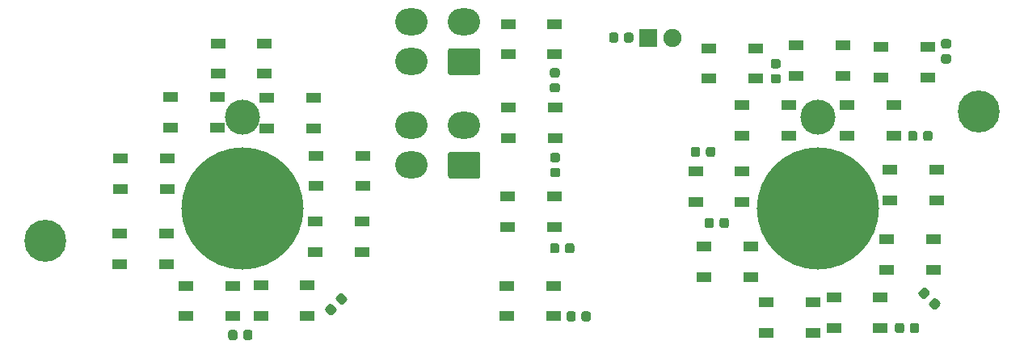
<source format=gbr>
%TF.GenerationSoftware,KiCad,Pcbnew,(5.1.6)-1*%
%TF.CreationDate,2020-12-18T17:10:49+11:00*%
%TF.ProjectId,HYD ISO Panel PCB V2,48594420-4953-44f2-9050-616e656c2050,rev?*%
%TF.SameCoordinates,Original*%
%TF.FileFunction,Soldermask,Top*%
%TF.FilePolarity,Negative*%
%FSLAX46Y46*%
G04 Gerber Fmt 4.6, Leading zero omitted, Abs format (unit mm)*
G04 Created by KiCad (PCBNEW (5.1.6)-1) date 2020-12-18 17:10:49*
%MOMM*%
%LPD*%
G01*
G04 APERTURE LIST*
%ADD10C,4.400000*%
%ADD11C,12.800000*%
%ADD12C,3.672000*%
%ADD13O,3.400000X2.800000*%
%ADD14C,1.900000*%
%ADD15R,1.900000X1.900000*%
%ADD16R,1.600000X1.100000*%
G04 APERTURE END LIST*
D10*
%TO.C,REF\u002A\u002A*%
X168901109Y-73724776D03*
%TD*%
%TO.C,REF\u002A\u002A*%
X71111109Y-87250276D03*
%TD*%
D11*
%TO.C,REF\u002A\u002A*%
X152073609Y-83884776D03*
X152073609Y-83884776D03*
D12*
X152073609Y-74359776D03*
%TD*%
D11*
%TO.C,REF\u002A\u002A*%
X91748609Y-83884776D03*
X91748609Y-83884776D03*
D12*
X91748609Y-74359776D03*
%TD*%
%TO.C,R1*%
G36*
G01*
X131734940Y-66278070D02*
X131734940Y-65715570D01*
G75*
G02*
X131978690Y-65471820I243750J0D01*
G01*
X132466190Y-65471820D01*
G75*
G02*
X132709940Y-65715570I0J-243750D01*
G01*
X132709940Y-66278070D01*
G75*
G02*
X132466190Y-66521820I-243750J0D01*
G01*
X131978690Y-66521820D01*
G75*
G02*
X131734940Y-66278070I0J243750D01*
G01*
G37*
G36*
G01*
X130159940Y-66278070D02*
X130159940Y-65715570D01*
G75*
G02*
X130403690Y-65471820I243750J0D01*
G01*
X130891190Y-65471820D01*
G75*
G02*
X131134940Y-65715570I0J-243750D01*
G01*
X131134940Y-66278070D01*
G75*
G02*
X130891190Y-66521820I-243750J0D01*
G01*
X130403690Y-66521820D01*
G75*
G02*
X130159940Y-66278070I0J243750D01*
G01*
G37*
%TD*%
D13*
%TO.C,J2*%
X109485800Y-75164840D03*
X109485800Y-79364840D03*
X114985800Y-75164840D03*
G36*
G01*
X116426540Y-80764840D02*
X113545060Y-80764840D01*
G75*
G02*
X113285800Y-80505580I0J259260D01*
G01*
X113285800Y-78224100D01*
G75*
G02*
X113545060Y-77964840I259260J0D01*
G01*
X116426540Y-77964840D01*
G75*
G02*
X116685800Y-78224100I0J-259260D01*
G01*
X116685800Y-80505580D01*
G75*
G02*
X116426540Y-80764840I-259260J0D01*
G01*
G37*
%TD*%
%TO.C,J1*%
X109468920Y-64320420D03*
X109468920Y-68520420D03*
X114968920Y-64320420D03*
G36*
G01*
X116409660Y-69920420D02*
X113528180Y-69920420D01*
G75*
G02*
X113268920Y-69661160I0J259260D01*
G01*
X113268920Y-67379680D01*
G75*
G02*
X113528180Y-67120420I259260J0D01*
G01*
X116409660Y-67120420D01*
G75*
G02*
X116668920Y-67379680I0J-259260D01*
G01*
X116668920Y-69661160D01*
G75*
G02*
X116409660Y-69920420I-259260J0D01*
G01*
G37*
%TD*%
%TO.C,C15*%
G36*
G01*
X141737260Y-85701450D02*
X141737260Y-85138950D01*
G75*
G02*
X141981010Y-84895200I243750J0D01*
G01*
X142468510Y-84895200D01*
G75*
G02*
X142712260Y-85138950I0J-243750D01*
G01*
X142712260Y-85701450D01*
G75*
G02*
X142468510Y-85945200I-243750J0D01*
G01*
X141981010Y-85945200D01*
G75*
G02*
X141737260Y-85701450I0J243750D01*
G01*
G37*
G36*
G01*
X140162260Y-85701450D02*
X140162260Y-85138950D01*
G75*
G02*
X140406010Y-84895200I243750J0D01*
G01*
X140893510Y-84895200D01*
G75*
G02*
X141137260Y-85138950I0J-243750D01*
G01*
X141137260Y-85701450D01*
G75*
G02*
X140893510Y-85945200I-243750J0D01*
G01*
X140406010Y-85945200D01*
G75*
G02*
X140162260Y-85701450I0J243750D01*
G01*
G37*
%TD*%
%TO.C,C14*%
G36*
G01*
X147343550Y-69814620D02*
X147906050Y-69814620D01*
G75*
G02*
X148149800Y-70058370I0J-243750D01*
G01*
X148149800Y-70545870D01*
G75*
G02*
X147906050Y-70789620I-243750J0D01*
G01*
X147343550Y-70789620D01*
G75*
G02*
X147099800Y-70545870I0J243750D01*
G01*
X147099800Y-70058370D01*
G75*
G02*
X147343550Y-69814620I243750J0D01*
G01*
G37*
G36*
G01*
X147343550Y-68239620D02*
X147906050Y-68239620D01*
G75*
G02*
X148149800Y-68483370I0J-243750D01*
G01*
X148149800Y-68970870D01*
G75*
G02*
X147906050Y-69214620I-243750J0D01*
G01*
X147343550Y-69214620D01*
G75*
G02*
X147099800Y-68970870I0J243750D01*
G01*
X147099800Y-68483370D01*
G75*
G02*
X147343550Y-68239620I243750J0D01*
G01*
G37*
%TD*%
%TO.C,C13*%
G36*
G01*
X165189590Y-67729480D02*
X165752090Y-67729480D01*
G75*
G02*
X165995840Y-67973230I0J-243750D01*
G01*
X165995840Y-68460730D01*
G75*
G02*
X165752090Y-68704480I-243750J0D01*
G01*
X165189590Y-68704480D01*
G75*
G02*
X164945840Y-68460730I0J243750D01*
G01*
X164945840Y-67973230D01*
G75*
G02*
X165189590Y-67729480I243750J0D01*
G01*
G37*
G36*
G01*
X165189590Y-66154480D02*
X165752090Y-66154480D01*
G75*
G02*
X165995840Y-66398230I0J-243750D01*
G01*
X165995840Y-66885730D01*
G75*
G02*
X165752090Y-67129480I-243750J0D01*
G01*
X165189590Y-67129480D01*
G75*
G02*
X164945840Y-66885730I0J243750D01*
G01*
X164945840Y-66398230D01*
G75*
G02*
X165189590Y-66154480I243750J0D01*
G01*
G37*
%TD*%
%TO.C,C12*%
G36*
G01*
X163696774Y-92933407D02*
X163299026Y-93331154D01*
G75*
G02*
X162954312Y-93331154I-172357J172357D01*
G01*
X162609598Y-92986440D01*
G75*
G02*
X162609598Y-92641726I172357J172357D01*
G01*
X163007346Y-92243978D01*
G75*
G02*
X163352060Y-92243978I172357J-172357D01*
G01*
X163696774Y-92588692D01*
G75*
G02*
X163696774Y-92933406I-172357J-172357D01*
G01*
G37*
G36*
G01*
X164810468Y-94047101D02*
X164412720Y-94444848D01*
G75*
G02*
X164068006Y-94444848I-172357J172357D01*
G01*
X163723292Y-94100134D01*
G75*
G02*
X163723292Y-93755420I172357J172357D01*
G01*
X164121040Y-93357672D01*
G75*
G02*
X164465754Y-93357672I172357J-172357D01*
G01*
X164810468Y-93702386D01*
G75*
G02*
X164810468Y-94047100I-172357J-172357D01*
G01*
G37*
%TD*%
%TO.C,C11*%
G36*
G01*
X161079000Y-96147310D02*
X161079000Y-96709810D01*
G75*
G02*
X160835250Y-96953560I-243750J0D01*
G01*
X160347750Y-96953560D01*
G75*
G02*
X160104000Y-96709810I0J243750D01*
G01*
X160104000Y-96147310D01*
G75*
G02*
X160347750Y-95903560I243750J0D01*
G01*
X160835250Y-95903560D01*
G75*
G02*
X161079000Y-96147310I0J-243750D01*
G01*
G37*
G36*
G01*
X162654000Y-96147310D02*
X162654000Y-96709810D01*
G75*
G02*
X162410250Y-96953560I-243750J0D01*
G01*
X161922750Y-96953560D01*
G75*
G02*
X161679000Y-96709810I0J243750D01*
G01*
X161679000Y-96147310D01*
G75*
G02*
X161922750Y-95903560I243750J0D01*
G01*
X162410250Y-95903560D01*
G75*
G02*
X162654000Y-96147310I0J-243750D01*
G01*
G37*
%TD*%
%TO.C,C9*%
G36*
G01*
X162460560Y-76022890D02*
X162460560Y-76585390D01*
G75*
G02*
X162216810Y-76829140I-243750J0D01*
G01*
X161729310Y-76829140D01*
G75*
G02*
X161485560Y-76585390I0J243750D01*
G01*
X161485560Y-76022890D01*
G75*
G02*
X161729310Y-75779140I243750J0D01*
G01*
X162216810Y-75779140D01*
G75*
G02*
X162460560Y-76022890I0J-243750D01*
G01*
G37*
G36*
G01*
X164035560Y-76022890D02*
X164035560Y-76585390D01*
G75*
G02*
X163791810Y-76829140I-243750J0D01*
G01*
X163304310Y-76829140D01*
G75*
G02*
X163060560Y-76585390I0J243750D01*
G01*
X163060560Y-76022890D01*
G75*
G02*
X163304310Y-75779140I243750J0D01*
G01*
X163791810Y-75779140D01*
G75*
G02*
X164035560Y-76022890I0J-243750D01*
G01*
G37*
%TD*%
%TO.C,C8*%
G36*
G01*
X101152847Y-93950666D02*
X101550594Y-94348414D01*
G75*
G02*
X101550594Y-94693128I-172357J-172357D01*
G01*
X101205880Y-95037842D01*
G75*
G02*
X100861166Y-95037842I-172357J172357D01*
G01*
X100463418Y-94640094D01*
G75*
G02*
X100463418Y-94295380I172357J172357D01*
G01*
X100808132Y-93950666D01*
G75*
G02*
X101152846Y-93950666I172357J-172357D01*
G01*
G37*
G36*
G01*
X102266541Y-92836972D02*
X102664288Y-93234720D01*
G75*
G02*
X102664288Y-93579434I-172357J-172357D01*
G01*
X102319574Y-93924148D01*
G75*
G02*
X101974860Y-93924148I-172357J172357D01*
G01*
X101577112Y-93526400D01*
G75*
G02*
X101577112Y-93181686I172357J172357D01*
G01*
X101921826Y-92836972D01*
G75*
G02*
X102266540Y-92836972I172357J-172357D01*
G01*
G37*
%TD*%
%TO.C,C7*%
G36*
G01*
X140309980Y-78254170D02*
X140309980Y-77691670D01*
G75*
G02*
X140553730Y-77447920I243750J0D01*
G01*
X141041230Y-77447920D01*
G75*
G02*
X141284980Y-77691670I0J-243750D01*
G01*
X141284980Y-78254170D01*
G75*
G02*
X141041230Y-78497920I-243750J0D01*
G01*
X140553730Y-78497920D01*
G75*
G02*
X140309980Y-78254170I0J243750D01*
G01*
G37*
G36*
G01*
X138734980Y-78254170D02*
X138734980Y-77691670D01*
G75*
G02*
X138978730Y-77447920I243750J0D01*
G01*
X139466230Y-77447920D01*
G75*
G02*
X139709980Y-77691670I0J-243750D01*
G01*
X139709980Y-78254170D01*
G75*
G02*
X139466230Y-78497920I-243750J0D01*
G01*
X138978730Y-78497920D01*
G75*
G02*
X138734980Y-78254170I0J243750D01*
G01*
G37*
%TD*%
%TO.C,C6*%
G36*
G01*
X124792050Y-79044420D02*
X124229550Y-79044420D01*
G75*
G02*
X123985800Y-78800670I0J243750D01*
G01*
X123985800Y-78313170D01*
G75*
G02*
X124229550Y-78069420I243750J0D01*
G01*
X124792050Y-78069420D01*
G75*
G02*
X125035800Y-78313170I0J-243750D01*
G01*
X125035800Y-78800670D01*
G75*
G02*
X124792050Y-79044420I-243750J0D01*
G01*
G37*
G36*
G01*
X124792050Y-80619420D02*
X124229550Y-80619420D01*
G75*
G02*
X123985800Y-80375670I0J243750D01*
G01*
X123985800Y-79888170D01*
G75*
G02*
X124229550Y-79644420I243750J0D01*
G01*
X124792050Y-79644420D01*
G75*
G02*
X125035800Y-79888170I0J-243750D01*
G01*
X125035800Y-80375670D01*
G75*
G02*
X124792050Y-80619420I-243750J0D01*
G01*
G37*
%TD*%
%TO.C,C5*%
G36*
G01*
X124761570Y-70169660D02*
X124199070Y-70169660D01*
G75*
G02*
X123955320Y-69925910I0J243750D01*
G01*
X123955320Y-69438410D01*
G75*
G02*
X124199070Y-69194660I243750J0D01*
G01*
X124761570Y-69194660D01*
G75*
G02*
X125005320Y-69438410I0J-243750D01*
G01*
X125005320Y-69925910D01*
G75*
G02*
X124761570Y-70169660I-243750J0D01*
G01*
G37*
G36*
G01*
X124761570Y-71744660D02*
X124199070Y-71744660D01*
G75*
G02*
X123955320Y-71500910I0J243750D01*
G01*
X123955320Y-71013410D01*
G75*
G02*
X124199070Y-70769660I243750J0D01*
G01*
X124761570Y-70769660D01*
G75*
G02*
X125005320Y-71013410I0J-243750D01*
G01*
X125005320Y-71500910D01*
G75*
G02*
X124761570Y-71744660I-243750J0D01*
G01*
G37*
%TD*%
%TO.C,C4*%
G36*
G01*
X124947300Y-87788170D02*
X124947300Y-88350670D01*
G75*
G02*
X124703550Y-88594420I-243750J0D01*
G01*
X124216050Y-88594420D01*
G75*
G02*
X123972300Y-88350670I0J243750D01*
G01*
X123972300Y-87788170D01*
G75*
G02*
X124216050Y-87544420I243750J0D01*
G01*
X124703550Y-87544420D01*
G75*
G02*
X124947300Y-87788170I0J-243750D01*
G01*
G37*
G36*
G01*
X126522300Y-87788170D02*
X126522300Y-88350670D01*
G75*
G02*
X126278550Y-88594420I-243750J0D01*
G01*
X125791050Y-88594420D01*
G75*
G02*
X125547300Y-88350670I0J243750D01*
G01*
X125547300Y-87788170D01*
G75*
G02*
X125791050Y-87544420I243750J0D01*
G01*
X126278550Y-87544420D01*
G75*
G02*
X126522300Y-87788170I0J-243750D01*
G01*
G37*
%TD*%
%TO.C,C3*%
G36*
G01*
X126669620Y-94925570D02*
X126669620Y-95488070D01*
G75*
G02*
X126425870Y-95731820I-243750J0D01*
G01*
X125938370Y-95731820D01*
G75*
G02*
X125694620Y-95488070I0J243750D01*
G01*
X125694620Y-94925570D01*
G75*
G02*
X125938370Y-94681820I243750J0D01*
G01*
X126425870Y-94681820D01*
G75*
G02*
X126669620Y-94925570I0J-243750D01*
G01*
G37*
G36*
G01*
X128244620Y-94925570D02*
X128244620Y-95488070D01*
G75*
G02*
X128000870Y-95731820I-243750J0D01*
G01*
X127513370Y-95731820D01*
G75*
G02*
X127269620Y-95488070I0J243750D01*
G01*
X127269620Y-94925570D01*
G75*
G02*
X127513370Y-94681820I243750J0D01*
G01*
X128000870Y-94681820D01*
G75*
G02*
X128244620Y-94925570I0J-243750D01*
G01*
G37*
%TD*%
%TO.C,C2*%
G36*
G01*
X91229000Y-96876290D02*
X91229000Y-97438790D01*
G75*
G02*
X90985250Y-97682540I-243750J0D01*
G01*
X90497750Y-97682540D01*
G75*
G02*
X90254000Y-97438790I0J243750D01*
G01*
X90254000Y-96876290D01*
G75*
G02*
X90497750Y-96632540I243750J0D01*
G01*
X90985250Y-96632540D01*
G75*
G02*
X91229000Y-96876290I0J-243750D01*
G01*
G37*
G36*
G01*
X92804000Y-96876290D02*
X92804000Y-97438790D01*
G75*
G02*
X92560250Y-97682540I-243750J0D01*
G01*
X92072750Y-97682540D01*
G75*
G02*
X91829000Y-97438790I0J243750D01*
G01*
X91829000Y-96876290D01*
G75*
G02*
X92072750Y-96632540I243750J0D01*
G01*
X92560250Y-96632540D01*
G75*
G02*
X92804000Y-96876290I0J-243750D01*
G01*
G37*
%TD*%
D14*
%TO.C,D25*%
X136800000Y-66000000D03*
D15*
X134260000Y-66000000D03*
%TD*%
D16*
%TO.C,D21*%
X153697600Y-93218000D03*
X153697600Y-96418000D03*
X158597600Y-93218000D03*
X158597600Y-96418000D03*
%TD*%
%TO.C,D22*%
X146597200Y-93751600D03*
X146597200Y-96951600D03*
X151497200Y-93751600D03*
X151497200Y-96951600D03*
%TD*%
%TO.C,D20*%
X159258000Y-87122000D03*
X159258000Y-90322000D03*
X164158000Y-87122000D03*
X164158000Y-90322000D03*
%TD*%
%TO.C,D23*%
X140083200Y-87858800D03*
X140083200Y-91058800D03*
X144983200Y-87858800D03*
X144983200Y-91058800D03*
%TD*%
%TO.C,D19*%
X159590400Y-79858000D03*
X159590400Y-83058000D03*
X164490400Y-79858000D03*
X164490400Y-83058000D03*
%TD*%
%TO.C,D24*%
X139219600Y-80010000D03*
X139219600Y-83210000D03*
X144119600Y-80010000D03*
X144119600Y-83210000D03*
%TD*%
%TO.C,D18*%
X155092400Y-73101200D03*
X155092400Y-76301200D03*
X159992400Y-73101200D03*
X159992400Y-76301200D03*
%TD*%
%TO.C,D17*%
X144057200Y-73076000D03*
X144057200Y-76276000D03*
X148957200Y-73076000D03*
X148957200Y-76276000D03*
%TD*%
%TO.C,D16*%
X158676000Y-66954400D03*
X158676000Y-70154400D03*
X163576000Y-66954400D03*
X163576000Y-70154400D03*
%TD*%
%TO.C,D15*%
X149758400Y-66802000D03*
X149758400Y-70002000D03*
X154658400Y-66802000D03*
X154658400Y-70002000D03*
%TD*%
%TO.C,D14*%
X140614400Y-67106800D03*
X140614400Y-70306800D03*
X145514400Y-67106800D03*
X145514400Y-70306800D03*
%TD*%
%TO.C,D13*%
X119430800Y-91998800D03*
X119430800Y-95198800D03*
X124330800Y-91998800D03*
X124330800Y-95198800D03*
%TD*%
%TO.C,D12*%
X119560000Y-82651600D03*
X119560000Y-85851600D03*
X124460000Y-82651600D03*
X124460000Y-85851600D03*
%TD*%
%TO.C,D11*%
X119610800Y-73304400D03*
X119610800Y-76504400D03*
X124510800Y-73304400D03*
X124510800Y-76504400D03*
%TD*%
%TO.C,D10*%
X119571600Y-64566800D03*
X119571600Y-67766800D03*
X124471600Y-64566800D03*
X124471600Y-67766800D03*
%TD*%
%TO.C,D9*%
X84203200Y-72237600D03*
X84203200Y-75437600D03*
X89103200Y-72237600D03*
X89103200Y-75437600D03*
%TD*%
%TO.C,D8*%
X78943200Y-78638800D03*
X78943200Y-81838800D03*
X83843200Y-78638800D03*
X83843200Y-81838800D03*
%TD*%
%TO.C,D7*%
X78920000Y-86512800D03*
X78920000Y-89712800D03*
X83820000Y-86512800D03*
X83820000Y-89712800D03*
%TD*%
%TO.C,D6*%
X85852000Y-91998800D03*
X85852000Y-95198800D03*
X90752000Y-91998800D03*
X90752000Y-95198800D03*
%TD*%
%TO.C,D5*%
X93663600Y-91922800D03*
X93663600Y-95122800D03*
X98563600Y-91922800D03*
X98563600Y-95122800D03*
%TD*%
%TO.C,D4*%
X99364800Y-85242400D03*
X99364800Y-88442400D03*
X104264800Y-85242400D03*
X104264800Y-88442400D03*
%TD*%
%TO.C,D3*%
X99454800Y-78359200D03*
X99454800Y-81559200D03*
X104354800Y-78359200D03*
X104354800Y-81559200D03*
%TD*%
%TO.C,D2*%
X94335600Y-72288400D03*
X94335600Y-75488400D03*
X99235600Y-72288400D03*
X99235600Y-75488400D03*
%TD*%
%TO.C,D1*%
X89181600Y-66598800D03*
X89181600Y-69798800D03*
X94081600Y-66598800D03*
X94081600Y-69798800D03*
%TD*%
M02*

</source>
